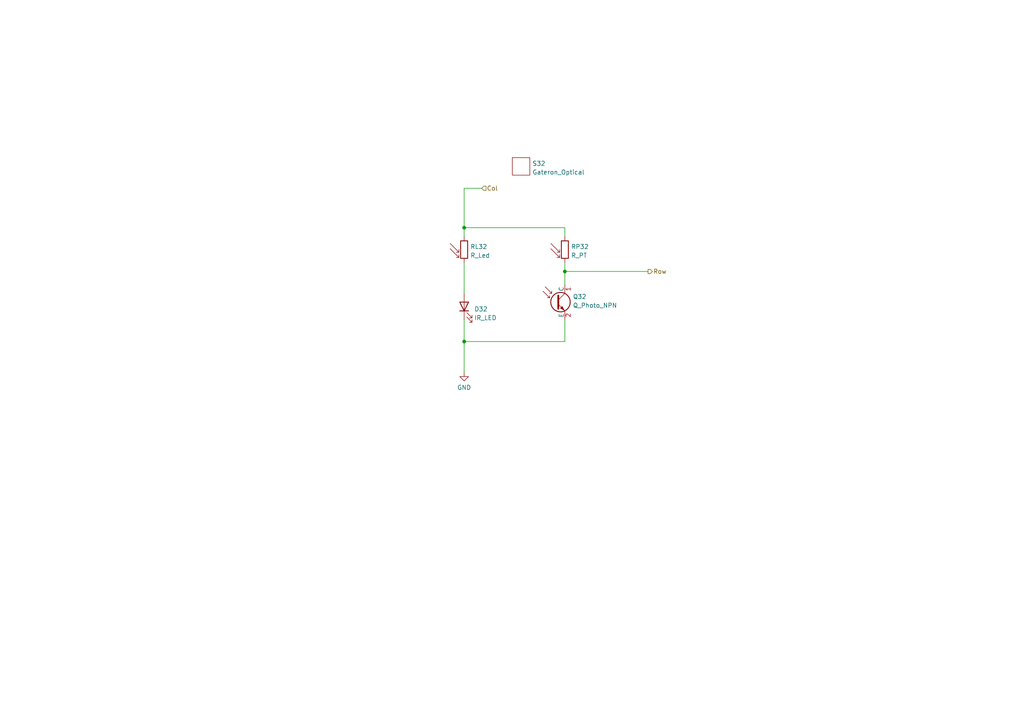
<source format=kicad_sch>
(kicad_sch (version 20211123) (generator eeschema)
  (paper "A4")
  (lib_symbols
    (symbol "OpticalParts:Gateron_Optical"
      (property "Reference" "S" (at 0 3.81 0))
      (property "Value" "Gateron_Optical" (at 0 -3.81 0))
      (symbol "Gateron_Optical_0_1"
        (rectangle (start -2.54 2.54) (end 2.54 -2.54) (stroke (width 0.1524)))
      )
    )
    (symbol "OpticalParts:IR_LED" (pin_numbers hide) (pin_names (offset 1.016) hide)
      (property "Reference" "D" (at 0 2.54 0))
      (property "Value" "IR_LED" (at 0 -3.81 0))
      (symbol "IR_LED_0_1"
        (polyline (pts (xy -1.27 -1.27) (xy -1.27 1.27)) (stroke (width 0.254)))
        (polyline (pts (xy -1.27 0) (xy 1.27 0)))
        (polyline (pts (xy 1.27 -1.27) (xy 1.27 1.27) (xy -1.27 0) (xy 1.27 -1.27)) (stroke (width 0.254)))
        (polyline (pts (xy -3.048 -0.762) (xy -4.572 -2.286) (xy -3.81 -2.286) (xy -4.572 -2.286) (xy -4.572 -1.524)))
        (polyline (pts (xy -1.778 -0.762) (xy -3.302 -2.286) (xy -2.54 -2.286) (xy -3.302 -2.286) (xy -3.302 -1.524)))
      )
      (symbol "IR_LED_1_1"
        (pin passive line (at -3.81 0 0) (length 2.54) (name "K") (number "1"))
        (pin passive line (at 3.81 0 180) (length 2.54) (name "A") (number "2"))
      )
    )
    (symbol "OpticalParts:Q_Photo_NPN" (pin_names (offset 0))
      (property "Reference" "Q" (at 5.08 1.27 0))
      (property "Value" "Q_Photo_NPN" (at 5.08 -1.27 0))
      (symbol "Q_Photo_NPN_0_1"
        (polyline (pts (xy -1.905 1.27) (xy -2.54 1.27)))
        (polyline (pts (xy -1.27 2.54) (xy -1.905 2.54)))
        (polyline (pts (xy 0.635 0.635) (xy 2.54 2.54)))
        (polyline (pts (xy -3.81 3.175) (xy -1.905 1.27) (xy -1.905 1.905)))
        (polyline (pts (xy -3.175 4.445) (xy -1.27 2.54) (xy -1.27 3.175)))
        (polyline (pts (xy 0.635 -0.635) (xy 2.54 -2.54) (xy 2.54 -2.54)))
        (polyline (pts (xy 0.635 1.905) (xy 0.635 -1.905) (xy 0.635 -1.905)) (stroke (width 0.508)))
        (polyline (pts (xy 1.27 -1.778) (xy 1.778 -1.27) (xy 2.286 -2.286) (xy 1.27 -1.778) (xy 1.27 -1.778)) (fill (type outline)))
        (circle (center 1.27 0) (radius 2.8194) (stroke (width 0.254)))
      )
      (symbol "Q_Photo_NPN_1_1"
        (pin passive line (at 2.54 5.08 270) (length 2.54) (name "C") (number "1"))
        (pin passive line (at 2.54 -5.08 90) (length 2.54) (name "E") (number "2"))
      )
    )
    (symbol "OpticalParts:R_Led" (pin_numbers hide) (pin_names (offset 0))
      (property "Reference" "RL" (at 1.27 1.27 0))
      (property "Value" "R_Led" (at 1.27 0 0))
      (symbol "R_Led_0_1"
        (rectangle (start -1.016 2.54) (end 1.016 -2.54) (stroke (width 0.254)))
        (polyline (pts (xy -1.524 -2.286) (xy -4.064 0.254)))
        (polyline (pts (xy -1.524 -2.286) (xy -2.286 -2.286)))
        (polyline (pts (xy -1.524 -2.286) (xy -1.524 -1.524)))
        (polyline (pts (xy -1.524 -0.762) (xy -4.064 1.778)))
        (polyline (pts (xy -1.524 -0.762) (xy -2.286 -0.762)))
        (polyline (pts (xy -1.524 -0.762) (xy -1.524 0)))
      )
      (symbol "R_Led_1_1"
        (pin passive line (at 0 3.81 270) (length 1.27) (name "~") (number "1"))
        (pin passive line (at 0 -3.81 90) (length 1.27) (name "~") (number "2"))
      )
    )
    (symbol "OpticalParts:R_PT" (pin_numbers hide) (pin_names (offset 0))
      (property "Reference" "RP" (at 1.27 1.27 0))
      (property "Value" "R_PT" (at 1.27 0 0))
      (symbol "R_PT_0_1"
        (rectangle (start -1.016 2.54) (end 1.016 -2.54) (stroke (width 0.254)))
        (polyline (pts (xy -1.524 -2.286) (xy -4.064 0.254)))
        (polyline (pts (xy -1.524 -2.286) (xy -2.286 -2.286)))
        (polyline (pts (xy -1.524 -2.286) (xy -1.524 -1.524)))
        (polyline (pts (xy -1.524 -0.762) (xy -4.064 1.778)))
        (polyline (pts (xy -1.524 -0.762) (xy -2.286 -0.762)))
        (polyline (pts (xy -1.524 -0.762) (xy -1.524 0)))
      )
      (symbol "R_PT_1_1"
        (pin passive line (at 0 3.81 270) (length 1.27) (name "~") (number "1"))
        (pin passive line (at 0 -3.81 90) (length 1.27) (name "~") (number "2"))
      )
    )
    (symbol "power:GND" (power) (pin_names (offset 0))
      (property "Value" "GND" (at 0 -3.81 0))
      (symbol "GND_0_1"
        (polyline (pts (xy 0 0) (xy 0 -1.27) (xy 1.27 -1.27) (xy 0 -2.54) (xy -1.27 -1.27) (xy 0 -1.27)))
      )
      (symbol "GND_1_1"
        (pin power_in line (at 0 0 270) (length 0) hide (name "GND") (number "1"))
      )
    )
  )
  (junction (at 134.62 99.06))
  (junction (at 134.62 66.04))
  (junction (at 163.83 78.74))
  (wire (pts (xy 134.62 54.61) (xy 139.7 54.61)))
  (wire (pts (xy 163.83 78.74) (xy 163.83 82.55)))
  (wire (pts (xy 163.83 92.71) (xy 163.83 99.06)))
  (wire (pts (xy 163.83 76.2) (xy 163.83 78.74)))
  (wire (pts (xy 134.62 66.04) (xy 134.62 68.58)))
  (wire (pts (xy 163.83 99.06) (xy 134.62 99.06)))
  (wire (pts (xy 163.83 66.04) (xy 134.62 66.04)))
  (wire (pts (xy 163.83 78.74) (xy 187.96 78.74)))
  (wire (pts (xy 163.83 68.58) (xy 163.83 66.04)))
  (wire (pts (xy 134.62 99.06) (xy 134.62 92.71)))
  (wire (pts (xy 134.62 99.06) (xy 134.62 107.95)))
  (wire (pts (xy 134.62 54.61) (xy 134.62 66.04)))
  (wire (pts (xy 134.62 76.2) (xy 134.62 85.09)))
  (hierarchical_label "Col" (shape input) (at 139.7 54.61 0))
  (hierarchical_label "Row" (shape output) (at 187.96 78.74 0))
  (symbol (lib_id "OpticalParts:R_Led") (at 134.62 72.39 0)
    (property "Reference" "RL32" (at 136.398 71.5553 0) (effects (justify left)))
    (property "Value" "R_Led" (at 136.398 74.0922 0) (effects (justify left)))
    (property "Footprint" "Resistor_SMD:R_0603_1608Metric" (effects hide))
    (property "JLC" "0603" (effects hide))
    (property "LCSC" "C4190" (effects hide))
  )
  (symbol (lib_id "OpticalParts:Gateron_Optical") (at 151.13 48.26 0)
    (property "Reference" "S32" (at 154.3812 47.4253 0) (effects (justify left)))
    (property "Value" "Gateron_Optical" (at 154.3812 49.9622 0) (effects (justify left)))
    (property "Footprint" "OpticalParts:Gateron_Switch_Basic" (effects hide))
  )
  (symbol (lib_id "OpticalParts:Q_Photo_NPN") (at 161.29 87.63 0)
    (property "Reference" "Q32" (at 166.1414 86.046 0) (effects (justify left)))
    (property "Value" "Q_Photo_NPN" (at 166.1414 88.5829 0) (effects (justify left)))
    (property "Footprint" "OpticalParts:Everlight_PT_PT12-21C_TR8" (effects hide))
    (property "JLC" "SMD_1.0x3.0x2.0" (effects hide))
    (property "LCSC" "C264383" (effects hide))
  )
  (symbol (lib_id "OpticalParts:IR_LED") (at 134.62 88.9 90)
    (property "Reference" "D32" (at 137.541 89.6528 90) (effects (justify right)))
    (property "Value" "IR_LED" (at 137.541 92.1897 90) (effects (justify right)))
    (property "Footprint" "OpticalParts:Everlight_IR_IR12-21C_TR8" (effects hide))
    (property "JLC" "SMD_1.0x3.0x2.0" (effects hide))
    (property "LCSC" "C53672" (effects hide))
  )
  (symbol (lib_id "power:GND") (at 134.62 107.95 0)
    (property "Reference" "#PWR078" (effects hide))
    (property "Value" "GND" (at 134.62 112.3934 0))
  )
  (symbol (lib_id "OpticalParts:R_PT") (at 163.83 72.39 0)
    (property "Reference" "RP32" (at 165.608 71.5553 0) (effects (justify left)))
    (property "Value" "R_PT" (at 165.608 74.0922 0) (effects (justify left)))
    (property "Footprint" "Resistor_SMD:R_0805_2012Metric" (effects hide))
    (property "JLC" "0805" (effects hide))
    (property "LCSC" "C17713" (effects hide))
  )
)
</source>
